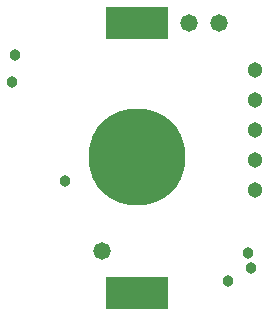
<source format=gbs>
G04 Layer_Color=16711935*
%FSAX24Y24*%
%MOIN*%
G70*
G01*
G75*
%ADD24C,0.0513*%
%ADD25C,0.0380*%
%ADD26C,0.0580*%
%ADD27R,0.2080X0.1080*%
%ADD28C,0.3230*%
D24*
X040600Y024699D02*
D03*
X040589Y025696D02*
D03*
X040600Y026699D02*
D03*
Y027699D02*
D03*
X040611Y023701D02*
D03*
D25*
X034250Y024000D02*
D03*
X032500Y027300D02*
D03*
X039700Y020650D02*
D03*
X032600Y028200D02*
D03*
X040450Y021100D02*
D03*
X040350Y021600D02*
D03*
D26*
X039400Y029250D02*
D03*
X038400D02*
D03*
X035500Y021650D02*
D03*
D27*
X036650Y020250D02*
D03*
Y029250D02*
D03*
D28*
Y024800D02*
D03*
M02*

</source>
